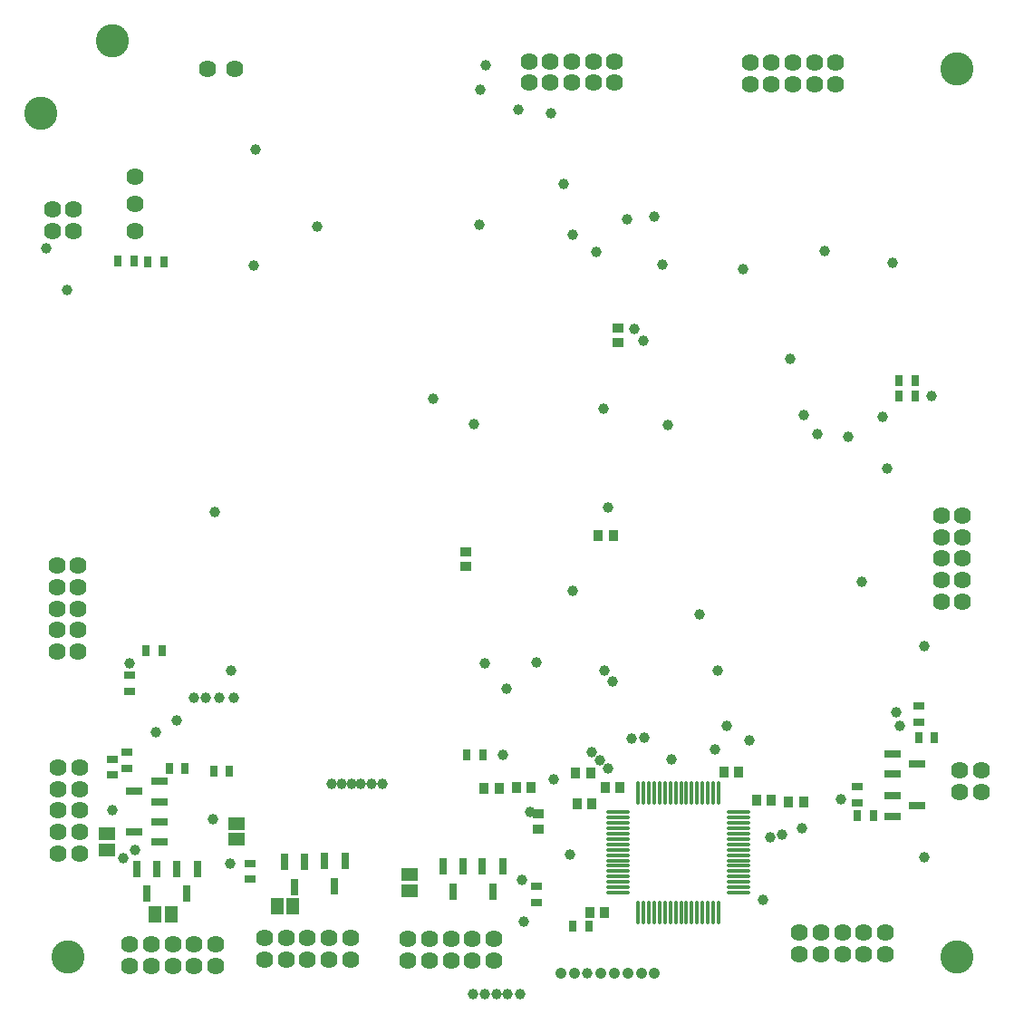
<source format=gbr>
%TF.GenerationSoftware,Altium Limited,Altium Designer,18.1.7 (191)*%
G04 Layer_Color=16711935*
%FSLAX43Y43*%
%MOMM*%
%TF.FileFunction,Soldermask,Bot*%
%TF.Part,Single*%
G01*
G75*
%TA.AperFunction,SMDPad,CuDef*%
%ADD68R,1.550X0.700*%
%ADD69R,1.500X1.200*%
%ADD70R,0.700X1.550*%
%ADD71R,1.000X0.800*%
%ADD72R,1.200X1.500*%
%ADD73O,2.200X0.400*%
%ADD74O,0.400X2.200*%
%ADD75R,0.800X1.000*%
%ADD76R,0.900X1.000*%
%ADD77R,1.000X0.900*%
%TA.AperFunction,ViaPad*%
%ADD78C,3.100*%
%TA.AperFunction,ComponentPad*%
%ADD79C,1.624*%
%ADD80C,1.050*%
%ADD81C,1.000*%
%TA.AperFunction,ViaPad*%
%ADD82C,1.000*%
D68*
X10950Y16400D02*
D03*
X13300Y15450D02*
D03*
Y17350D02*
D03*
Y21150D02*
D03*
Y19250D02*
D03*
X10950Y20200D02*
D03*
X84100Y22775D02*
D03*
X81750Y23725D02*
D03*
Y21825D02*
D03*
X84100Y18850D02*
D03*
X81750Y19800D02*
D03*
Y17900D02*
D03*
D69*
X8400Y14750D02*
D03*
Y16250D02*
D03*
X20500Y17225D02*
D03*
Y15725D02*
D03*
X36700Y12400D02*
D03*
Y10900D02*
D03*
D70*
X12100Y10625D02*
D03*
X13050Y12975D02*
D03*
X11150D02*
D03*
X15875Y10625D02*
D03*
X16825Y12975D02*
D03*
X14925D02*
D03*
X28725Y13725D02*
D03*
X30625D02*
D03*
X29675Y11375D02*
D03*
X43475Y13200D02*
D03*
X45375D02*
D03*
X44425Y10850D02*
D03*
X24950Y13600D02*
D03*
X26850D02*
D03*
X25900Y11250D02*
D03*
X39775Y13200D02*
D03*
X41675D02*
D03*
X40725Y10850D02*
D03*
D71*
X21800Y13500D02*
D03*
Y12000D02*
D03*
X48500Y11325D02*
D03*
Y9825D02*
D03*
X10275Y23875D02*
D03*
Y22375D02*
D03*
X78475Y19150D02*
D03*
Y20650D02*
D03*
X8900Y21725D02*
D03*
Y23225D02*
D03*
X10475Y29550D02*
D03*
Y31050D02*
D03*
X84225Y28150D02*
D03*
Y26650D02*
D03*
D72*
X14375Y8725D02*
D03*
X12875D02*
D03*
X24275Y9448D02*
D03*
X25775D02*
D03*
D73*
X67375Y17750D02*
D03*
Y18250D02*
D03*
Y16750D02*
D03*
Y17250D02*
D03*
Y14750D02*
D03*
Y15250D02*
D03*
Y14250D02*
D03*
Y16250D02*
D03*
Y15750D02*
D03*
Y13250D02*
D03*
Y13750D02*
D03*
Y11250D02*
D03*
Y11750D02*
D03*
Y10750D02*
D03*
Y12750D02*
D03*
Y12250D02*
D03*
X56175Y18250D02*
D03*
Y17750D02*
D03*
Y15750D02*
D03*
Y16250D02*
D03*
Y15250D02*
D03*
Y17250D02*
D03*
Y16750D02*
D03*
Y13250D02*
D03*
Y13750D02*
D03*
Y12750D02*
D03*
Y14750D02*
D03*
Y14250D02*
D03*
Y12250D02*
D03*
Y11750D02*
D03*
Y11250D02*
D03*
Y10750D02*
D03*
D74*
X65525Y20100D02*
D03*
X65025D02*
D03*
X64025D02*
D03*
X63525D02*
D03*
X64525D02*
D03*
X62525D02*
D03*
X63025D02*
D03*
X62025D02*
D03*
X61525D02*
D03*
X61025D02*
D03*
X62525Y8900D02*
D03*
X62025D02*
D03*
X63025D02*
D03*
X61025D02*
D03*
X61525D02*
D03*
X65025D02*
D03*
X64525D02*
D03*
X65525D02*
D03*
X63525D02*
D03*
X64025D02*
D03*
X60025Y20100D02*
D03*
X59525D02*
D03*
X60525D02*
D03*
X58025D02*
D03*
X59025D02*
D03*
X58525D02*
D03*
X60025Y8900D02*
D03*
X60525D02*
D03*
X59025D02*
D03*
X58525D02*
D03*
X59525D02*
D03*
X58025D02*
D03*
D75*
X14200Y22350D02*
D03*
X15700D02*
D03*
X43525Y23650D02*
D03*
X42025D02*
D03*
X18350Y22100D02*
D03*
X19850D02*
D03*
X13700Y69700D02*
D03*
X12200D02*
D03*
X10925Y69725D02*
D03*
X9425D02*
D03*
X78475Y17925D02*
D03*
X79975D02*
D03*
X51900Y7575D02*
D03*
X53400D02*
D03*
X82375Y58600D02*
D03*
X83875D02*
D03*
X82375Y57125D02*
D03*
X83875D02*
D03*
X13525Y33375D02*
D03*
X12025D02*
D03*
X85725Y25200D02*
D03*
X84225D02*
D03*
D76*
X66025Y22025D02*
D03*
X67425D02*
D03*
X43625Y20450D02*
D03*
X45025D02*
D03*
X55700Y44100D02*
D03*
X54300D02*
D03*
X69075Y19350D02*
D03*
X70475D02*
D03*
X73475Y19225D02*
D03*
X72075D02*
D03*
X46625Y20575D02*
D03*
X48025D02*
D03*
X52300Y19025D02*
D03*
X53700D02*
D03*
X54900Y8900D02*
D03*
X53500D02*
D03*
X53575Y21950D02*
D03*
X52175D02*
D03*
X56325Y20550D02*
D03*
X54925D02*
D03*
D77*
X48650Y18100D02*
D03*
Y16700D02*
D03*
X56150Y63525D02*
D03*
Y62125D02*
D03*
X41875Y42625D02*
D03*
Y41225D02*
D03*
D78*
X8925Y90300D02*
D03*
X4725Y4725D02*
D03*
X87775Y4725D02*
D03*
X87775Y87750D02*
D03*
X2200Y83575D02*
D03*
D79*
X36525Y4400D02*
D03*
Y6400D02*
D03*
X38525Y4400D02*
D03*
Y6400D02*
D03*
X40525Y4400D02*
D03*
Y6400D02*
D03*
X42525Y4400D02*
D03*
Y6400D02*
D03*
X44525Y4400D02*
D03*
Y6400D02*
D03*
X47825Y86400D02*
D03*
Y88400D02*
D03*
X49825Y86400D02*
D03*
Y88400D02*
D03*
X51825Y86400D02*
D03*
Y88400D02*
D03*
X53825Y86400D02*
D03*
Y88400D02*
D03*
X55825Y86400D02*
D03*
Y88400D02*
D03*
X23125Y4492D02*
D03*
Y6492D02*
D03*
X25125Y4492D02*
D03*
Y6492D02*
D03*
X27125Y4492D02*
D03*
Y6492D02*
D03*
X29125Y4492D02*
D03*
Y6492D02*
D03*
X31125Y4492D02*
D03*
Y6492D02*
D03*
X10525Y3900D02*
D03*
Y5900D02*
D03*
X12525Y3900D02*
D03*
Y5900D02*
D03*
X14525Y3900D02*
D03*
Y5900D02*
D03*
X16525Y3900D02*
D03*
Y5900D02*
D03*
X18525Y3900D02*
D03*
Y5900D02*
D03*
X5825Y14425D02*
D03*
X3825D02*
D03*
X5825Y16425D02*
D03*
X3825D02*
D03*
X5825Y18425D02*
D03*
X3825D02*
D03*
X5825Y20425D02*
D03*
X3825D02*
D03*
X5825Y22425D02*
D03*
X3825D02*
D03*
X5275Y72550D02*
D03*
Y74550D02*
D03*
X3275Y72550D02*
D03*
Y74550D02*
D03*
X11025Y72560D02*
D03*
Y75100D02*
D03*
Y77640D02*
D03*
X73100Y5025D02*
D03*
Y7025D02*
D03*
X75100Y5025D02*
D03*
Y7025D02*
D03*
X77100Y5025D02*
D03*
Y7025D02*
D03*
X79100Y5025D02*
D03*
Y7025D02*
D03*
X81100Y5025D02*
D03*
Y7025D02*
D03*
X3700Y33275D02*
D03*
Y35275D02*
D03*
Y39275D02*
D03*
X5700Y35275D02*
D03*
X3700Y37275D02*
D03*
X5700Y33275D02*
D03*
Y37275D02*
D03*
X3700Y41275D02*
D03*
X5700Y39275D02*
D03*
Y41275D02*
D03*
X88325Y37950D02*
D03*
X86325D02*
D03*
X88325Y39950D02*
D03*
X86325D02*
D03*
X88325Y41950D02*
D03*
X86325D02*
D03*
X88325Y43950D02*
D03*
X86325D02*
D03*
X88325Y45950D02*
D03*
X86325D02*
D03*
X17825Y87725D02*
D03*
X20350D02*
D03*
X68475Y86279D02*
D03*
Y88279D02*
D03*
X70475Y86279D02*
D03*
Y88279D02*
D03*
X72475Y86279D02*
D03*
Y88279D02*
D03*
X74475Y86279D02*
D03*
Y88279D02*
D03*
X76475Y86279D02*
D03*
Y88279D02*
D03*
X88050Y22150D02*
D03*
Y20150D02*
D03*
X90050Y22150D02*
D03*
Y20150D02*
D03*
D80*
X59550Y3225D02*
D03*
X58300D02*
D03*
X57050D02*
D03*
X55800D02*
D03*
X54550D02*
D03*
X52050D02*
D03*
X50800D02*
D03*
D81*
X53300D02*
D03*
D82*
X43300Y85725D02*
D03*
X75425Y70675D02*
D03*
X55200Y46725D02*
D03*
X43150Y73150D02*
D03*
X67825Y69000D02*
D03*
X51050Y76950D02*
D03*
X81800Y69633D02*
D03*
X81325Y50400D02*
D03*
X84778Y33778D02*
D03*
X82100Y27575D02*
D03*
X74750Y53600D02*
D03*
X82500Y26350D02*
D03*
X84778Y14050D02*
D03*
X49850Y83525D02*
D03*
X43775Y88025D02*
D03*
X46850Y83925D02*
D03*
X56969Y73675D02*
D03*
X51925Y72225D02*
D03*
X63725Y36700D02*
D03*
X65414Y31495D02*
D03*
X54875Y31475D02*
D03*
X55600Y30500D02*
D03*
X66329Y26302D02*
D03*
X58525Y62275D02*
D03*
X47352Y8000D02*
D03*
X43725Y32181D02*
D03*
X47950Y18275D02*
D03*
X77000Y19475D02*
D03*
X9900Y13925D02*
D03*
X10975Y14700D02*
D03*
X19900Y13475D02*
D03*
X34100Y20900D02*
D03*
X33075D02*
D03*
X30300Y20875D02*
D03*
X31250Y20900D02*
D03*
X29350D02*
D03*
X32125D02*
D03*
X72250Y60625D02*
D03*
X78875Y39825D02*
D03*
X54775Y55975D02*
D03*
X61150Y23200D02*
D03*
X58575Y25225D02*
D03*
X47200Y11900D02*
D03*
X2750Y70950D02*
D03*
X45400Y23600D02*
D03*
X45725Y29775D02*
D03*
X73325Y16775D02*
D03*
X57625Y63450D02*
D03*
X50100Y21300D02*
D03*
X42550Y1250D02*
D03*
X69725Y10050D02*
D03*
X57375Y25125D02*
D03*
X38825Y56875D02*
D03*
X22100Y69300D02*
D03*
X19950Y31525D02*
D03*
X28050Y72950D02*
D03*
X59550Y73875D02*
D03*
X73525Y55350D02*
D03*
X77600Y53350D02*
D03*
X4650Y67025D02*
D03*
X22250Y80150D02*
D03*
X68425Y24975D02*
D03*
X54100Y70625D02*
D03*
X51675Y14275D02*
D03*
X18300Y17575D02*
D03*
X12925Y25750D02*
D03*
X8900Y18475D02*
D03*
X65175Y24100D02*
D03*
X48500Y32250D02*
D03*
X51925Y38950D02*
D03*
X42700Y54550D02*
D03*
X60775Y54425D02*
D03*
X71500Y16175D02*
D03*
X70325Y15950D02*
D03*
X85400Y57125D02*
D03*
X60325Y69425D02*
D03*
X14900Y26800D02*
D03*
X18425Y46300D02*
D03*
X10475Y32175D02*
D03*
X80875Y55200D02*
D03*
X47000Y1250D02*
D03*
X45825D02*
D03*
X44750D02*
D03*
X43700D02*
D03*
X53675Y23850D02*
D03*
X55213Y22388D02*
D03*
X54450Y23100D02*
D03*
X16475Y28925D02*
D03*
X17650Y28950D02*
D03*
X18850Y28925D02*
D03*
X20200D02*
D03*
%TF.MD5,5c847db34a4202512f3e87354d36f2f2*%
M02*

</source>
